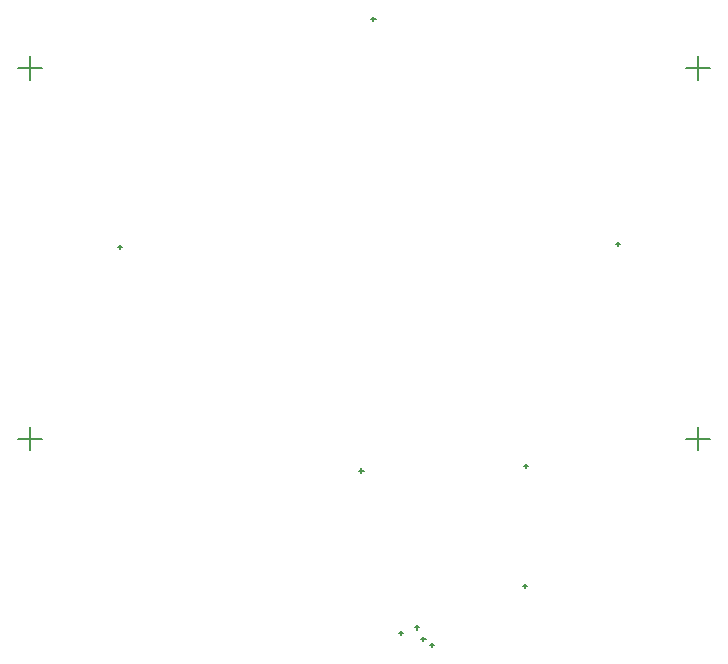
<source format=gbr>
%TF.GenerationSoftware,Altium Limited,Altium Designer,21.8.1 (53)*%
G04 Layer_Color=128*
%FSLAX45Y45*%
%MOMM*%
%TF.SameCoordinates,9CAB6441-B9E9-44DD-A1F1-36E89FF17874*%
%TF.FilePolarity,Positive*%
%TF.FileFunction,Drillmap*%
%TF.Part,Single*%
G01*
G75*
%TA.AperFunction,NonConductor*%
%ADD25C,0.12700*%
D25*
X-100000Y1000D02*
X100000D01*
X0Y-99000D02*
Y101000D01*
X-100000Y3139700D02*
X100000D01*
X0Y3039700D02*
Y3239700D01*
X5556500Y1000D02*
X5756500D01*
X5656500Y-99000D02*
Y101000D01*
X5556500Y3139700D02*
X5756500D01*
X5656500Y3039700D02*
Y3239700D01*
X3126808Y-1647290D02*
X3161808D01*
X3144308Y-1664790D02*
Y-1629790D01*
X744161Y1623578D02*
X779160D01*
X761661Y1606078D02*
Y1641077D01*
X2891286Y3555992D02*
X2926286D01*
X2908786Y3538492D02*
Y3573492D01*
X4958460Y1647949D02*
X4993460D01*
X4975960Y1630449D02*
Y1665449D01*
X4185774Y-227336D02*
X4220774D01*
X4203274Y-244835D02*
Y-209836D01*
X4171787Y-1246508D02*
X4206786D01*
X4189287Y-1264008D02*
Y-1229008D01*
X3387405Y-1749158D02*
X3422405D01*
X3404905Y-1766658D02*
Y-1731658D01*
X3257622Y-1597604D02*
X3292622D01*
X3275122Y-1615104D02*
Y-1580104D01*
X3314931Y-1698654D02*
X3349931D01*
X3332431Y-1716154D02*
Y-1681154D01*
X2789493Y-268867D02*
X2824492D01*
X2806993Y-286367D02*
Y-251367D01*
%TF.MD5,12b97abfed7c0b8923f09660c6de89d9*%
M02*

</source>
